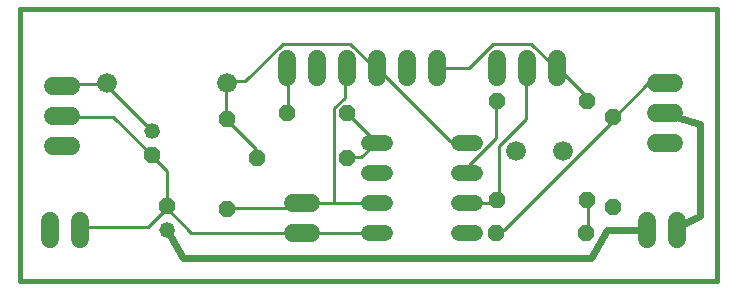
<source format=gtl>
G75*
%MOIN*%
%OFA0B0*%
%FSLAX25Y25*%
%IPPOS*%
%LPD*%
%AMOC8*
5,1,8,0,0,1.08239X$1,22.5*
%
%ADD10C,0.01600*%
%ADD11C,0.06600*%
%ADD12C,0.05200*%
%ADD13C,0.06000*%
%ADD14OC8,0.05200*%
%ADD15C,0.05200*%
%ADD16C,0.01000*%
%ADD17C,0.02400*%
D10*
X0001800Y0001800D02*
X0001800Y0092351D01*
X0234083Y0092351D01*
X0234083Y0001800D01*
X0001800Y0001800D01*
D11*
X0030737Y0067706D03*
X0070737Y0067706D03*
X0167154Y0045107D03*
X0182902Y0045107D03*
D12*
X0153337Y0047706D02*
X0148137Y0047706D01*
X0148137Y0037706D02*
X0153337Y0037706D01*
X0153337Y0027706D02*
X0148137Y0027706D01*
X0123337Y0027706D02*
X0118137Y0027706D01*
X0118137Y0037706D02*
X0123337Y0037706D01*
X0123337Y0047706D02*
X0118137Y0047706D01*
X0118137Y0017706D02*
X0123337Y0017706D01*
X0148137Y0017706D02*
X0153337Y0017706D01*
D13*
X0098737Y0017706D02*
X0092737Y0017706D01*
X0092737Y0027706D02*
X0098737Y0027706D01*
X0021800Y0021769D02*
X0021800Y0015769D01*
X0011800Y0015769D02*
X0011800Y0021769D01*
X0012737Y0046643D02*
X0018737Y0046643D01*
X0018737Y0056643D02*
X0012737Y0056643D01*
X0012737Y0066643D02*
X0018737Y0066643D01*
X0090737Y0069706D02*
X0090737Y0075706D01*
X0100737Y0075706D02*
X0100737Y0069706D01*
X0110737Y0069706D02*
X0110737Y0075706D01*
X0120737Y0075706D02*
X0120737Y0069706D01*
X0130737Y0069706D02*
X0130737Y0075706D01*
X0140737Y0075706D02*
X0140737Y0069706D01*
X0160737Y0069706D02*
X0160737Y0075706D01*
X0170737Y0075706D02*
X0170737Y0069706D01*
X0180737Y0069706D02*
X0180737Y0075706D01*
X0213800Y0067706D02*
X0219800Y0067706D01*
X0219800Y0057706D02*
X0213800Y0057706D01*
X0213800Y0047706D02*
X0219800Y0047706D01*
X0220737Y0021769D02*
X0220737Y0015769D01*
X0210737Y0015769D02*
X0210737Y0021769D01*
D14*
X0199359Y0026328D03*
X0190737Y0028769D03*
X0190343Y0017824D03*
X0160737Y0028769D03*
X0160343Y0017824D03*
X0110737Y0042706D03*
X0080737Y0042706D03*
X0070737Y0055580D03*
X0090737Y0057706D03*
X0110737Y0057706D03*
X0160737Y0061643D03*
X0190737Y0061643D03*
X0199359Y0056328D03*
X0070737Y0025580D03*
X0050737Y0026706D03*
X0045737Y0043706D03*
D15*
X0045737Y0051706D03*
X0050737Y0018706D03*
D16*
X0044437Y0019606D02*
X0050737Y0025906D01*
X0050737Y0026706D01*
X0050737Y0038506D01*
X0046237Y0043006D01*
X0045737Y0043706D01*
X0045337Y0043906D01*
X0032737Y0056506D01*
X0016537Y0056506D01*
X0015737Y0056643D01*
X0015737Y0066643D02*
X0016537Y0067306D01*
X0030037Y0067306D01*
X0030737Y0067706D01*
X0030037Y0067306D02*
X0045337Y0052006D01*
X0045737Y0051706D01*
X0070537Y0055606D02*
X0070737Y0055580D01*
X0071437Y0054706D01*
X0080437Y0045706D01*
X0080437Y0043006D01*
X0080737Y0042706D01*
X0110737Y0042706D02*
X0111037Y0043006D01*
X0115537Y0043006D01*
X0120037Y0047506D01*
X0120737Y0047706D01*
X0110737Y0057706D01*
X0106537Y0059206D02*
X0106537Y0027706D01*
X0120737Y0027706D01*
X0106537Y0027706D02*
X0095737Y0027706D01*
X0093937Y0025906D01*
X0071437Y0025906D01*
X0070737Y0025580D01*
X0058837Y0017806D02*
X0050737Y0025906D01*
X0044437Y0019606D02*
X0021937Y0019606D01*
X0021800Y0018769D01*
X0058837Y0017806D02*
X0095737Y0017806D01*
X0095737Y0017706D01*
X0095737Y0017806D02*
X0120037Y0017806D01*
X0120737Y0017706D01*
X0150737Y0027706D02*
X0159637Y0027706D01*
X0160537Y0028606D01*
X0160737Y0028769D01*
X0161437Y0029506D01*
X0161437Y0046606D01*
X0170437Y0055606D01*
X0170437Y0072706D01*
X0170737Y0072706D01*
X0172237Y0080806D02*
X0180337Y0072706D01*
X0180737Y0072706D01*
X0181237Y0072706D01*
X0190237Y0063706D01*
X0190237Y0061906D01*
X0190737Y0061643D01*
X0199359Y0056328D02*
X0200137Y0056506D01*
X0210937Y0067306D01*
X0216337Y0067306D01*
X0216800Y0067706D01*
X0216800Y0057706D02*
X0217237Y0057406D01*
X0200137Y0055606D02*
X0199359Y0056328D01*
X0200137Y0055606D02*
X0163237Y0018706D01*
X0160537Y0018706D01*
X0160343Y0017824D01*
X0190343Y0017824D02*
X0191137Y0018706D01*
X0191137Y0028606D01*
X0190737Y0028769D01*
X0210037Y0018706D02*
X0210737Y0018769D01*
X0220737Y0018769D02*
X0220837Y0019606D01*
X0160537Y0049306D02*
X0151537Y0040306D01*
X0151537Y0038506D01*
X0150737Y0037706D01*
X0150737Y0047706D02*
X0150637Y0048406D01*
X0145237Y0048406D01*
X0120937Y0072706D01*
X0120737Y0072706D01*
X0120037Y0072706D01*
X0111937Y0080806D01*
X0089437Y0080806D01*
X0076837Y0068206D01*
X0071437Y0068206D01*
X0070737Y0067706D01*
X0070537Y0067306D01*
X0070537Y0055606D01*
X0090737Y0057706D02*
X0091237Y0058306D01*
X0091237Y0072706D01*
X0090737Y0072706D01*
X0110137Y0072706D02*
X0110737Y0072706D01*
X0110137Y0072706D02*
X0110137Y0062806D01*
X0106537Y0059206D01*
X0140737Y0072706D02*
X0151537Y0072706D01*
X0159637Y0080806D01*
X0172237Y0080806D01*
X0160737Y0061643D02*
X0160537Y0061006D01*
X0160537Y0049306D01*
D17*
X0217237Y0057406D02*
X0228374Y0054143D01*
X0228374Y0023206D01*
X0220837Y0019606D01*
X0210037Y0018706D02*
X0197437Y0018706D01*
X0192037Y0009369D01*
X0056137Y0009369D01*
X0050737Y0018706D01*
M02*

</source>
